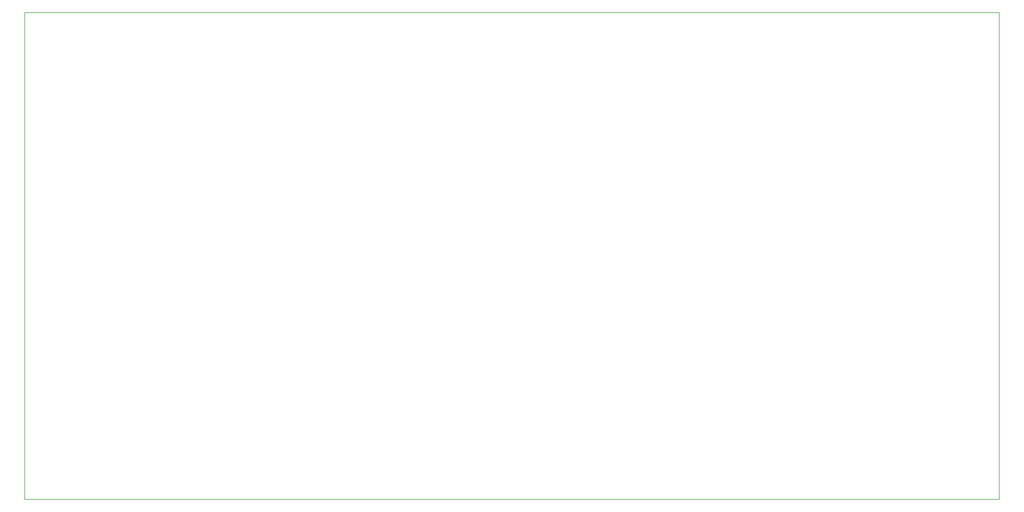
<source format=gbp>
G04*
G04 #@! TF.GenerationSoftware,Altium Limited,Altium Designer,24.3.1 (35)*
G04*
G04 Layer_Color=128*
%FSLAX44Y44*%
%MOMM*%
G71*
G04*
G04 #@! TF.SameCoordinates,92BC9782-8992-42D9-9517-A00A7AE7D45C*
G04*
G04*
G04 #@! TF.FilePolarity,Positive*
G04*
G01*
G75*
%ADD11C,0.2000*%
D11*
X0Y0D02*
Y1500000D01*
X3000000D01*
Y0D02*
Y1500000D01*
X0Y0D02*
X3000000D01*
M02*

</source>
